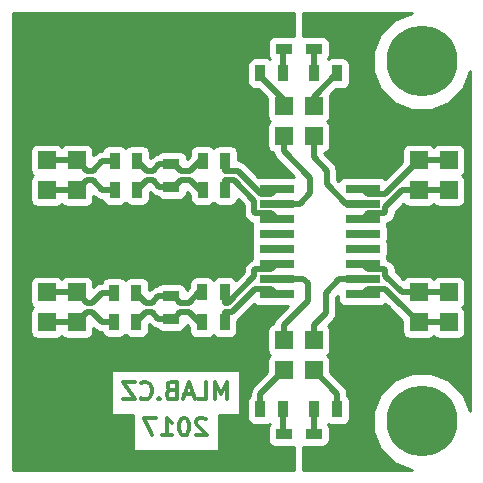
<source format=gbr>
G04 #@! TF.FileFunction,Copper,L2,Bot,Signal*
%FSLAX46Y46*%
G04 Gerber Fmt 4.6, Leading zero omitted, Abs format (unit mm)*
G04 Created by KiCad (PCBNEW (2016-09-17 revision 679eef1)-makepkg) date 01/31/17 06:58:57*
%MOMM*%
%LPD*%
G01*
G04 APERTURE LIST*
%ADD10C,0.150000*%
%ADD11C,0.300000*%
%ADD12R,2.920000X0.760000*%
%ADD13R,0.889000X1.397000*%
%ADD14R,1.397000X0.889000*%
%ADD15R,1.524000X1.524000*%
%ADD16C,6.000000*%
%ADD17C,0.500000*%
%ADD18C,0.254000*%
G04 APERTURE END LIST*
D10*
D11*
X17303428Y5250571D02*
X17232000Y5322000D01*
X17089142Y5393428D01*
X16732000Y5393428D01*
X16589142Y5322000D01*
X16517714Y5250571D01*
X16446285Y5107714D01*
X16446285Y4964857D01*
X16517714Y4750571D01*
X17374857Y3893428D01*
X16446285Y3893428D01*
X15517714Y5393428D02*
X15374857Y5393428D01*
X15232000Y5322000D01*
X15160571Y5250571D01*
X15089142Y5107714D01*
X15017714Y4822000D01*
X15017714Y4464857D01*
X15089142Y4179142D01*
X15160571Y4036285D01*
X15232000Y3964857D01*
X15374857Y3893428D01*
X15517714Y3893428D01*
X15660571Y3964857D01*
X15732000Y4036285D01*
X15803428Y4179142D01*
X15874857Y4464857D01*
X15874857Y4822000D01*
X15803428Y5107714D01*
X15732000Y5250571D01*
X15660571Y5322000D01*
X15517714Y5393428D01*
X13589142Y3893428D02*
X14446285Y3893428D01*
X14017714Y3893428D02*
X14017714Y5393428D01*
X14160571Y5179142D01*
X14303428Y5036285D01*
X14446285Y4964857D01*
X13089142Y5393428D02*
X12089142Y5393428D01*
X12732000Y3893428D01*
X19053428Y6941428D02*
X19053428Y8441428D01*
X18553428Y7370000D01*
X18053428Y8441428D01*
X18053428Y6941428D01*
X16624857Y6941428D02*
X17339142Y6941428D01*
X17339142Y8441428D01*
X16196285Y7370000D02*
X15481999Y7370000D01*
X16339142Y6941428D02*
X15839142Y8441428D01*
X15339142Y6941428D01*
X14339142Y7727142D02*
X14124857Y7655714D01*
X14053428Y7584285D01*
X13981999Y7441428D01*
X13981999Y7227142D01*
X14053428Y7084285D01*
X14124857Y7012857D01*
X14267714Y6941428D01*
X14839142Y6941428D01*
X14839142Y8441428D01*
X14339142Y8441428D01*
X14196285Y8370000D01*
X14124857Y8298571D01*
X14053428Y8155714D01*
X14053428Y8012857D01*
X14124857Y7870000D01*
X14196285Y7798571D01*
X14339142Y7727142D01*
X14839142Y7727142D01*
X13339142Y7084285D02*
X13267714Y7012857D01*
X13339142Y6941428D01*
X13410571Y7012857D01*
X13339142Y7084285D01*
X13339142Y6941428D01*
X11767714Y7084285D02*
X11839142Y7012857D01*
X12053428Y6941428D01*
X12196285Y6941428D01*
X12410571Y7012857D01*
X12553428Y7155714D01*
X12624857Y7298571D01*
X12696285Y7584285D01*
X12696285Y7798571D01*
X12624857Y8084285D01*
X12553428Y8227142D01*
X12410571Y8370000D01*
X12196285Y8441428D01*
X12053428Y8441428D01*
X11839142Y8370000D01*
X11767714Y8298571D01*
X11267714Y8441428D02*
X10267714Y8441428D01*
X11267714Y6941428D01*
X10267714Y6941428D01*
D12*
X23284000Y15860000D03*
X23284000Y17130000D03*
X23284000Y18400000D03*
X23284000Y19685000D03*
X23284000Y20955000D03*
X23284000Y22240000D03*
X23284000Y23510000D03*
X23284000Y24780000D03*
X30564000Y24780000D03*
X30564000Y23510000D03*
X30564000Y22240000D03*
X30564000Y20955000D03*
X30564000Y19685000D03*
X30564000Y18400000D03*
X30564000Y17130000D03*
X30564000Y15860000D03*
D13*
X11468100Y27127200D03*
X9563100Y27127200D03*
D14*
X14376400Y24955500D03*
X14376400Y26860500D03*
D13*
X18923000Y27127200D03*
X17018000Y27127200D03*
D15*
X3810000Y29718000D03*
X6350000Y29718000D03*
X3810000Y27178000D03*
X6350000Y27178000D03*
X3810000Y24638000D03*
X6350000Y24638000D03*
X3810000Y22098000D03*
X6350000Y22098000D03*
X35306000Y18542000D03*
X37846000Y18542000D03*
X35306000Y16002000D03*
X37846000Y16002000D03*
X35306000Y13462000D03*
X37846000Y13462000D03*
X35306000Y10922000D03*
X37846000Y10922000D03*
X35306000Y29718000D03*
X37846000Y29718000D03*
X35306000Y27178000D03*
X37846000Y27178000D03*
X35306000Y24638000D03*
X37846000Y24638000D03*
X35306000Y22098000D03*
X37846000Y22098000D03*
D16*
X35560000Y35560000D03*
D13*
X21907500Y6096000D03*
X23812500Y6096000D03*
D15*
X23876000Y11938000D03*
X23876000Y9398000D03*
D13*
X28384500Y6096000D03*
X26479500Y6096000D03*
D14*
X26416000Y4000500D03*
X26416000Y2095500D03*
X26416000Y36639500D03*
X26416000Y38544500D03*
D13*
X18872200Y13462000D03*
X16967200Y13462000D03*
X28384500Y34544000D03*
X26479500Y34544000D03*
X11417300Y15951200D03*
X9512300Y15951200D03*
D14*
X14325600Y13779500D03*
X14325600Y15684500D03*
D13*
X11417300Y13512800D03*
X9512300Y13512800D03*
X18872200Y16002000D03*
X16967200Y16002000D03*
D16*
X5080000Y35560000D03*
X5080000Y5080000D03*
D14*
X23876000Y36639500D03*
X23876000Y38544500D03*
D13*
X21907500Y34544000D03*
X23812500Y34544000D03*
D15*
X26416000Y11938000D03*
X26416000Y9398000D03*
D16*
X35560000Y5080000D03*
D14*
X23876000Y4000500D03*
X23876000Y2095500D03*
D15*
X3810000Y18542000D03*
X6350000Y18542000D03*
X3810000Y16002000D03*
X6350000Y16002000D03*
X3810000Y13462000D03*
X6350000Y13462000D03*
X3810000Y10922000D03*
X6350000Y10922000D03*
D13*
X11468100Y24688800D03*
X9563100Y24688800D03*
D15*
X26416000Y29210000D03*
X26416000Y31750000D03*
X23876000Y29210000D03*
X23876000Y31750000D03*
D13*
X18923000Y24688800D03*
X17018000Y24688800D03*
D17*
X23812500Y6096000D02*
X23812500Y4064000D01*
X23812500Y4064000D02*
X23876000Y4000500D01*
X23812500Y34544000D02*
X23812500Y36576000D01*
X23812500Y36576000D02*
X23876000Y36639500D01*
X26416000Y4000500D02*
X26416000Y6032500D01*
X26416000Y6032500D02*
X26479500Y6096000D01*
X26479500Y34544000D02*
X26479500Y36576000D01*
X26479500Y36576000D02*
X26416000Y36639500D01*
X23876000Y11938000D02*
X23876000Y13200000D01*
X25908000Y16764000D02*
X25542000Y17130000D01*
X23876000Y13200000D02*
X25908000Y15232000D01*
X25908000Y15232000D02*
X25908000Y16764000D01*
X25542000Y17130000D02*
X23284000Y17130000D01*
X21907500Y6096000D02*
X21907500Y7429500D01*
X21907500Y7429500D02*
X23876000Y9398000D01*
X26111200Y24377200D02*
X26111200Y25712800D01*
X26111200Y25712800D02*
X23876000Y27948000D01*
X23876000Y27948000D02*
X23876000Y29210000D01*
X23284000Y23510000D02*
X25244000Y23510000D01*
X25244000Y23510000D02*
X26111200Y24377200D01*
X23876000Y31750000D02*
X23876000Y32321500D01*
X23876000Y32321500D02*
X21907500Y34290000D01*
X21907500Y34290000D02*
X21907500Y34544000D01*
X26416000Y11938000D02*
X26416000Y13208000D01*
X26416000Y13208000D02*
X27432000Y14224000D01*
X27432000Y14224000D02*
X27432000Y15958000D01*
X27432000Y15958000D02*
X28604000Y17130000D01*
X28604000Y17130000D02*
X30564000Y17130000D01*
X28384500Y6096000D02*
X28384500Y7429500D01*
X28384500Y7429500D02*
X26416000Y9398000D01*
X30564000Y23510000D02*
X29183998Y23510000D01*
X29183998Y23510000D02*
X27533600Y25160398D01*
X27533600Y25160398D02*
X27533600Y26314400D01*
X27533600Y26314400D02*
X26416000Y27432000D01*
X26416000Y27432000D02*
X26416000Y29210000D01*
X26416000Y31750000D02*
X26416000Y32575500D01*
X26416000Y32575500D02*
X28384500Y34544000D01*
X3810000Y16002000D02*
X6350000Y16002000D01*
X6350000Y16002000D02*
X7220001Y15131999D01*
X8464550Y15951200D02*
X9512300Y15951200D01*
X7220001Y15131999D02*
X7645350Y15132000D01*
X7645350Y15132000D02*
X8464550Y15951200D01*
X3810000Y13462000D02*
X6350000Y13462000D01*
X8464550Y13512800D02*
X9512300Y13512800D01*
X6350000Y13462000D02*
X7220001Y14332001D01*
X7220001Y14332001D02*
X7645350Y14332000D01*
X7645350Y14332000D02*
X8464550Y13512800D01*
X3810000Y27178000D02*
X6350000Y27178000D01*
X6350000Y27178000D02*
X7220001Y26307999D01*
X7220001Y26307999D02*
X7696150Y26308000D01*
X7696150Y26308000D02*
X8515350Y27127200D01*
X8515350Y27127200D02*
X9563100Y27127200D01*
X3810000Y24638000D02*
X6350000Y24638000D01*
X6350000Y24638000D02*
X7220001Y25508001D01*
X7220001Y25508001D02*
X7696150Y25508000D01*
X7696150Y25508000D02*
X8515350Y24688800D01*
X8515350Y24688800D02*
X9563100Y24688800D01*
X35306000Y16002000D02*
X37846000Y16002000D01*
X30564000Y18400000D02*
X31003999Y17960001D01*
X32384001Y17960001D02*
X32474001Y17870001D01*
X33897370Y16002000D02*
X35306000Y16002000D01*
X32474001Y17870001D02*
X32474001Y17425369D01*
X31003999Y17960001D02*
X32384001Y17960001D01*
X32474001Y17425369D02*
X33897370Y16002000D01*
X35306000Y13462000D02*
X37846000Y13462000D01*
X30564000Y15860000D02*
X31003999Y16299999D01*
X31003999Y16299999D02*
X32468001Y16299999D01*
X32468001Y16299999D02*
X33331685Y15436315D01*
X33331685Y15436315D02*
X35306000Y13462000D01*
X37846000Y27178000D02*
X35306000Y27178000D01*
X30564000Y24780000D02*
X31003999Y24340001D01*
X32468001Y24340001D02*
X33331685Y25203685D01*
X31003999Y24340001D02*
X32468001Y24340001D01*
X33331685Y25203685D02*
X35306000Y27178000D01*
X35306000Y24638000D02*
X37846000Y24638000D01*
X30564000Y22240000D02*
X31003999Y22679999D01*
X32474001Y22769999D02*
X32474001Y23214631D01*
X31003999Y22679999D02*
X32384001Y22679999D01*
X32474001Y23214631D02*
X33897370Y24638000D01*
X32384001Y22679999D02*
X32474001Y22769999D01*
X33897370Y24638000D02*
X35306000Y24638000D01*
X14376400Y24955500D02*
X14630400Y24955500D01*
X14630400Y24955500D02*
X15182900Y25508000D01*
X15182900Y25508000D02*
X15944800Y25508000D01*
X15944800Y25508000D02*
X16764000Y24688800D01*
X16764000Y24688800D02*
X17018000Y24688800D01*
X11468100Y24688800D02*
X12287301Y25508001D01*
X12287301Y25508001D02*
X12776150Y25508000D01*
X12776150Y25508000D02*
X13328650Y24955500D01*
X13328650Y24955500D02*
X14376400Y24955500D01*
X14376400Y25069800D02*
X14122400Y25069800D01*
X16764000Y27127200D02*
X17018000Y27127200D01*
X15182900Y26308000D02*
X15944800Y26308000D01*
X14376400Y26860500D02*
X14630400Y26860500D01*
X14630400Y26860500D02*
X15182900Y26308000D01*
X15944800Y26308000D02*
X16764000Y27127200D01*
X13328650Y26860500D02*
X14376400Y26860500D01*
X11468100Y27127200D02*
X12287301Y26307999D01*
X12287301Y26307999D02*
X12776150Y26308000D01*
X12776150Y26308000D02*
X13328650Y26860500D01*
X14376400Y26974800D02*
X14122400Y26974800D01*
X12236501Y14332001D02*
X12725350Y14332000D01*
X11417300Y13512800D02*
X12236501Y14332001D01*
X12725350Y14332000D02*
X13277850Y13779500D01*
X13277850Y13779500D02*
X14325600Y13779500D01*
X15132100Y14332000D02*
X15843200Y14332000D01*
X16713200Y13462000D02*
X16967200Y13462000D01*
X15843200Y14332000D02*
X16713200Y13462000D01*
X14579600Y13779500D02*
X15132100Y14332000D01*
X14325600Y13779500D02*
X14579600Y13779500D01*
X14071600Y13779500D02*
X14325600Y13779500D01*
X12236502Y15132000D02*
X12725350Y15132000D01*
X11417300Y15951200D02*
X12236502Y15132000D01*
X12725350Y15132000D02*
X13277850Y15684500D01*
X13277850Y15684500D02*
X14325600Y15684500D01*
X15132100Y15132000D02*
X15843200Y15132000D01*
X15843200Y15132000D02*
X16713200Y16002000D01*
X16713200Y16002000D02*
X16967200Y16002000D01*
X14579600Y15684500D02*
X15132100Y15132000D01*
X14325600Y15684500D02*
X14579600Y15684500D01*
X14071600Y15684500D02*
X14325600Y15684500D01*
X21373999Y23780317D02*
X19646316Y25508000D01*
X19646316Y25508000D02*
X18923000Y25508000D01*
X18923000Y25508000D02*
X18923000Y24688800D01*
X23284000Y22240000D02*
X22844001Y22679999D01*
X22844001Y22679999D02*
X21463999Y22679999D01*
X21463999Y22679999D02*
X21373999Y22769999D01*
X21373999Y22769999D02*
X21373999Y23780317D01*
X19977684Y26308000D02*
X18923000Y26308000D01*
X21945683Y24340001D02*
X19977684Y26308000D01*
X18923000Y26308000D02*
X18923000Y27127200D01*
X23284000Y24780000D02*
X22844001Y24340001D01*
X22844001Y24340001D02*
X21945683Y24340001D01*
X21450841Y16313157D02*
X19469684Y14332000D01*
X19469684Y14332000D02*
X18872200Y14332000D01*
X18872200Y14332000D02*
X18872200Y13462000D01*
X23284000Y15860000D02*
X22844001Y16299999D01*
X22844001Y16299999D02*
X21463999Y16299999D01*
X21463999Y16299999D02*
X21450841Y16313157D01*
X21373999Y17367683D02*
X19138316Y15132000D01*
X19138316Y15132000D02*
X18872200Y15132000D01*
X18872200Y15132000D02*
X18872200Y16002000D01*
X21373999Y17870001D02*
X21373999Y17367683D01*
X21463999Y17960001D02*
X21373999Y17870001D01*
X23284000Y18400000D02*
X22844001Y17960001D01*
X22844001Y17960001D02*
X21463999Y17960001D01*
D18*
G36*
X24765000Y37693548D02*
X24574500Y37731440D01*
X23177500Y37731440D01*
X22929735Y37682157D01*
X22719691Y37541809D01*
X22579343Y37331765D01*
X22530060Y37084000D01*
X22530060Y36195000D01*
X22579343Y35947235D01*
X22691525Y35779345D01*
X22599765Y35840657D01*
X22352000Y35889940D01*
X21463000Y35889940D01*
X21215235Y35840657D01*
X21005191Y35700309D01*
X20864843Y35490265D01*
X20815560Y35242500D01*
X20815560Y33845500D01*
X20864843Y33597735D01*
X21005191Y33387691D01*
X21215235Y33247343D01*
X21463000Y33198060D01*
X21747860Y33198060D01*
X22466560Y32479361D01*
X22466560Y30988000D01*
X22515843Y30740235D01*
X22656191Y30530191D01*
X22731307Y30480000D01*
X22656191Y30429809D01*
X22515843Y30219765D01*
X22466560Y29972000D01*
X22466560Y28448000D01*
X22515843Y28200235D01*
X22656191Y27990191D01*
X22866235Y27849843D01*
X23016468Y27819960D01*
X23031280Y27745500D01*
X23058367Y27609325D01*
X23176851Y27432000D01*
X23250210Y27322210D01*
X24765000Y25807421D01*
X24765000Y25803263D01*
X24744000Y25807440D01*
X21824000Y25807440D01*
X21745448Y25791815D01*
X20603474Y26933790D01*
X20410096Y27063000D01*
X20316359Y27125633D01*
X20260168Y27136810D01*
X20014940Y27185590D01*
X20014940Y27825700D01*
X19965657Y28073465D01*
X19825309Y28283509D01*
X19615265Y28423857D01*
X19367500Y28473140D01*
X18478500Y28473140D01*
X18230735Y28423857D01*
X18020691Y28283509D01*
X17970500Y28208393D01*
X17920309Y28283509D01*
X17710265Y28423857D01*
X17462500Y28473140D01*
X16573500Y28473140D01*
X16325735Y28423857D01*
X16115691Y28283509D01*
X15975343Y28073465D01*
X15926060Y27825700D01*
X15926060Y27540839D01*
X15717011Y27331791D01*
X15673057Y27552765D01*
X15532709Y27762809D01*
X15322665Y27903157D01*
X15074900Y27952440D01*
X13677900Y27952440D01*
X13430135Y27903157D01*
X13220091Y27762809D01*
X13190113Y27717944D01*
X13046166Y27689310D01*
X12989975Y27678133D01*
X12702860Y27486290D01*
X12702858Y27486287D01*
X12560040Y27343469D01*
X12560040Y27825700D01*
X12510757Y28073465D01*
X12370409Y28283509D01*
X12160365Y28423857D01*
X11912600Y28473140D01*
X11023600Y28473140D01*
X10775835Y28423857D01*
X10565791Y28283509D01*
X10515600Y28208393D01*
X10465409Y28283509D01*
X10255365Y28423857D01*
X10007600Y28473140D01*
X9118600Y28473140D01*
X8870835Y28423857D01*
X8660791Y28283509D01*
X8520443Y28073465D01*
X8507965Y28010732D01*
X8232866Y27956010D01*
X8176675Y27944833D01*
X7889560Y27752990D01*
X7889558Y27752987D01*
X7759440Y27622869D01*
X7759440Y27940000D01*
X7710157Y28187765D01*
X7569809Y28397809D01*
X7359765Y28538157D01*
X7112000Y28587440D01*
X5588000Y28587440D01*
X5340235Y28538157D01*
X5130191Y28397809D01*
X5080000Y28322693D01*
X5029809Y28397809D01*
X4819765Y28538157D01*
X4572000Y28587440D01*
X3048000Y28587440D01*
X2800235Y28538157D01*
X2590191Y28397809D01*
X2449843Y28187765D01*
X2400560Y27940000D01*
X2400560Y26416000D01*
X2449843Y26168235D01*
X2590191Y25958191D01*
X2665307Y25908000D01*
X2590191Y25857809D01*
X2449843Y25647765D01*
X2400560Y25400000D01*
X2400560Y23876000D01*
X2449843Y23628235D01*
X2590191Y23418191D01*
X2800235Y23277843D01*
X3048000Y23228560D01*
X4572000Y23228560D01*
X4819765Y23277843D01*
X5029809Y23418191D01*
X5080000Y23493307D01*
X5130191Y23418191D01*
X5340235Y23277843D01*
X5588000Y23228560D01*
X7112000Y23228560D01*
X7359765Y23277843D01*
X7569809Y23418191D01*
X7710157Y23628235D01*
X7759440Y23876000D01*
X7759440Y24193131D01*
X7889558Y24063013D01*
X7889560Y24063010D01*
X8176675Y23871167D01*
X8214918Y23863560D01*
X8507965Y23805268D01*
X8520443Y23742535D01*
X8660791Y23532491D01*
X8870835Y23392143D01*
X9118600Y23342860D01*
X10007600Y23342860D01*
X10255365Y23392143D01*
X10465409Y23532491D01*
X10515600Y23607607D01*
X10565791Y23532491D01*
X10775835Y23392143D01*
X11023600Y23342860D01*
X11912600Y23342860D01*
X12160365Y23392143D01*
X12370409Y23532491D01*
X12510757Y23742535D01*
X12560040Y23990300D01*
X12560040Y24472531D01*
X12702858Y24329713D01*
X12702860Y24329710D01*
X12989975Y24137867D01*
X13046166Y24126690D01*
X13190113Y24098056D01*
X13220091Y24053191D01*
X13430135Y23912843D01*
X13677900Y23863560D01*
X15074900Y23863560D01*
X15322665Y23912843D01*
X15532709Y24053191D01*
X15673057Y24263235D01*
X15717011Y24484209D01*
X15926060Y24275161D01*
X15926060Y23990300D01*
X15975343Y23742535D01*
X16115691Y23532491D01*
X16325735Y23392143D01*
X16573500Y23342860D01*
X17462500Y23342860D01*
X17710265Y23392143D01*
X17920309Y23532491D01*
X17970500Y23607607D01*
X18020691Y23532491D01*
X18230735Y23392143D01*
X18478500Y23342860D01*
X19367500Y23342860D01*
X19615265Y23392143D01*
X19825309Y23532491D01*
X19965657Y23742535D01*
X19997934Y23904803D01*
X20488999Y23413738D01*
X20488999Y22770004D01*
X20488998Y22769999D01*
X20527056Y22578674D01*
X20556366Y22431324D01*
X20684204Y22240000D01*
X20748209Y22144209D01*
X20838207Y22054212D01*
X20838209Y22054209D01*
X21091451Y21884999D01*
X21125324Y21862366D01*
X21178181Y21851852D01*
X21225843Y21612235D01*
X21235689Y21597500D01*
X21225843Y21582765D01*
X21176560Y21335000D01*
X21176560Y20575000D01*
X21225843Y20327235D01*
X21230677Y20320000D01*
X21225843Y20312765D01*
X21176560Y20065000D01*
X21176560Y19305000D01*
X21225843Y19057235D01*
X21235689Y19042500D01*
X21225843Y19027765D01*
X21178181Y18788148D01*
X21125324Y18777634D01*
X20838209Y18585791D01*
X20838207Y18585788D01*
X20748209Y18495791D01*
X20556366Y18208676D01*
X20556366Y18208675D01*
X20488998Y17870001D01*
X20488999Y17869996D01*
X20488999Y17734262D01*
X19829999Y17075263D01*
X19774509Y17158309D01*
X19564465Y17298657D01*
X19316700Y17347940D01*
X18427700Y17347940D01*
X18179935Y17298657D01*
X17969891Y17158309D01*
X17919700Y17083193D01*
X17869509Y17158309D01*
X17659465Y17298657D01*
X17411700Y17347940D01*
X16522700Y17347940D01*
X16274935Y17298657D01*
X16064891Y17158309D01*
X15924543Y16948265D01*
X15875260Y16700500D01*
X15875260Y16415639D01*
X15657783Y16198162D01*
X15622257Y16376765D01*
X15481909Y16586809D01*
X15271865Y16727157D01*
X15024100Y16776440D01*
X13627100Y16776440D01*
X13379335Y16727157D01*
X13169291Y16586809D01*
X13139313Y16541944D01*
X12995366Y16513310D01*
X12939175Y16502133D01*
X12652060Y16310290D01*
X12652058Y16310287D01*
X12509240Y16167469D01*
X12509240Y16649700D01*
X12459957Y16897465D01*
X12319609Y17107509D01*
X12109565Y17247857D01*
X11861800Y17297140D01*
X10972800Y17297140D01*
X10725035Y17247857D01*
X10514991Y17107509D01*
X10464800Y17032393D01*
X10414609Y17107509D01*
X10204565Y17247857D01*
X9956800Y17297140D01*
X9067800Y17297140D01*
X8820035Y17247857D01*
X8609991Y17107509D01*
X8469643Y16897465D01*
X8457165Y16834732D01*
X8182066Y16780010D01*
X8125875Y16768833D01*
X7838760Y16576990D01*
X7838758Y16576987D01*
X7759440Y16497669D01*
X7759440Y16764000D01*
X7710157Y17011765D01*
X7569809Y17221809D01*
X7359765Y17362157D01*
X7112000Y17411440D01*
X5588000Y17411440D01*
X5340235Y17362157D01*
X5130191Y17221809D01*
X5080000Y17146693D01*
X5029809Y17221809D01*
X4819765Y17362157D01*
X4572000Y17411440D01*
X3048000Y17411440D01*
X2800235Y17362157D01*
X2590191Y17221809D01*
X2449843Y17011765D01*
X2400560Y16764000D01*
X2400560Y15240000D01*
X2449843Y14992235D01*
X2590191Y14782191D01*
X2665307Y14732000D01*
X2590191Y14681809D01*
X2449843Y14471765D01*
X2400560Y14224000D01*
X2400560Y12700000D01*
X2449843Y12452235D01*
X2590191Y12242191D01*
X2800235Y12101843D01*
X3048000Y12052560D01*
X4572000Y12052560D01*
X4819765Y12101843D01*
X5029809Y12242191D01*
X5080000Y12317307D01*
X5130191Y12242191D01*
X5340235Y12101843D01*
X5588000Y12052560D01*
X7112000Y12052560D01*
X7359765Y12101843D01*
X7569809Y12242191D01*
X7710157Y12452235D01*
X7759440Y12700000D01*
X7759440Y12966331D01*
X7838758Y12887013D01*
X7838760Y12887010D01*
X8125875Y12695167D01*
X8164118Y12687560D01*
X8457165Y12629268D01*
X8469643Y12566535D01*
X8609991Y12356491D01*
X8820035Y12216143D01*
X9067800Y12166860D01*
X9956800Y12166860D01*
X10204565Y12216143D01*
X10414609Y12356491D01*
X10464800Y12431607D01*
X10514991Y12356491D01*
X10725035Y12216143D01*
X10972800Y12166860D01*
X11861800Y12166860D01*
X12109565Y12216143D01*
X12319609Y12356491D01*
X12459957Y12566535D01*
X12509240Y12814300D01*
X12509240Y13296531D01*
X12652058Y13153713D01*
X12652060Y13153710D01*
X12939175Y12961867D01*
X12995366Y12950690D01*
X13139313Y12922056D01*
X13169291Y12877191D01*
X13379335Y12736843D01*
X13627100Y12687560D01*
X15024100Y12687560D01*
X15271865Y12736843D01*
X15481909Y12877191D01*
X15622257Y13087235D01*
X15657783Y13265838D01*
X15875260Y13048361D01*
X15875260Y12763500D01*
X15924543Y12515735D01*
X16064891Y12305691D01*
X16274935Y12165343D01*
X16522700Y12116060D01*
X17411700Y12116060D01*
X17659465Y12165343D01*
X17869509Y12305691D01*
X17919700Y12380807D01*
X17969891Y12305691D01*
X18179935Y12165343D01*
X18427700Y12116060D01*
X19316700Y12116060D01*
X19564465Y12165343D01*
X19774509Y12305691D01*
X19914857Y12515735D01*
X19964140Y12763500D01*
X19964140Y13618456D01*
X20095474Y13706210D01*
X20095475Y13706211D01*
X21393324Y15004061D01*
X21576235Y14881843D01*
X21824000Y14832560D01*
X24256980Y14832560D01*
X23250210Y13825790D01*
X23058367Y13538675D01*
X23058367Y13538674D01*
X23016468Y13328040D01*
X22866235Y13298157D01*
X22656191Y13157809D01*
X22515843Y12947765D01*
X22466560Y12700000D01*
X22466560Y11176000D01*
X22515843Y10928235D01*
X22656191Y10718191D01*
X22731307Y10668000D01*
X22656191Y10617809D01*
X22515843Y10407765D01*
X22466560Y10160000D01*
X22466560Y9240139D01*
X21281710Y8055290D01*
X21089867Y7768175D01*
X21089867Y7768174D01*
X21022499Y7429500D01*
X21022500Y7429495D01*
X21022500Y7263875D01*
X21005191Y7252309D01*
X20864843Y7042265D01*
X20815560Y6794500D01*
X20815560Y5397500D01*
X20864843Y5149735D01*
X21005191Y4939691D01*
X21215235Y4799343D01*
X21463000Y4750060D01*
X22352000Y4750060D01*
X22599765Y4799343D01*
X22691525Y4860655D01*
X22579343Y4692765D01*
X22530060Y4445000D01*
X22530060Y3556000D01*
X22579343Y3308235D01*
X22719691Y3098191D01*
X22929735Y2957843D01*
X23177500Y2908560D01*
X24574500Y2908560D01*
X24765000Y2946452D01*
X24765000Y964000D01*
X964000Y964000D01*
X964000Y9410000D01*
X9268429Y9410000D01*
X9268429Y5590000D01*
X11089857Y5590000D01*
X11089857Y2542000D01*
X18374143Y2542000D01*
X18374143Y5590000D01*
X20195572Y5590000D01*
X20195572Y9410000D01*
X9268429Y9410000D01*
X964000Y9410000D01*
X964000Y39676000D01*
X24765000Y39676000D01*
X24765000Y37693548D01*
X24765000Y37693548D01*
G37*
X24765000Y37693548D02*
X24574500Y37731440D01*
X23177500Y37731440D01*
X22929735Y37682157D01*
X22719691Y37541809D01*
X22579343Y37331765D01*
X22530060Y37084000D01*
X22530060Y36195000D01*
X22579343Y35947235D01*
X22691525Y35779345D01*
X22599765Y35840657D01*
X22352000Y35889940D01*
X21463000Y35889940D01*
X21215235Y35840657D01*
X21005191Y35700309D01*
X20864843Y35490265D01*
X20815560Y35242500D01*
X20815560Y33845500D01*
X20864843Y33597735D01*
X21005191Y33387691D01*
X21215235Y33247343D01*
X21463000Y33198060D01*
X21747860Y33198060D01*
X22466560Y32479361D01*
X22466560Y30988000D01*
X22515843Y30740235D01*
X22656191Y30530191D01*
X22731307Y30480000D01*
X22656191Y30429809D01*
X22515843Y30219765D01*
X22466560Y29972000D01*
X22466560Y28448000D01*
X22515843Y28200235D01*
X22656191Y27990191D01*
X22866235Y27849843D01*
X23016468Y27819960D01*
X23031280Y27745500D01*
X23058367Y27609325D01*
X23176851Y27432000D01*
X23250210Y27322210D01*
X24765000Y25807421D01*
X24765000Y25803263D01*
X24744000Y25807440D01*
X21824000Y25807440D01*
X21745448Y25791815D01*
X20603474Y26933790D01*
X20410096Y27063000D01*
X20316359Y27125633D01*
X20260168Y27136810D01*
X20014940Y27185590D01*
X20014940Y27825700D01*
X19965657Y28073465D01*
X19825309Y28283509D01*
X19615265Y28423857D01*
X19367500Y28473140D01*
X18478500Y28473140D01*
X18230735Y28423857D01*
X18020691Y28283509D01*
X17970500Y28208393D01*
X17920309Y28283509D01*
X17710265Y28423857D01*
X17462500Y28473140D01*
X16573500Y28473140D01*
X16325735Y28423857D01*
X16115691Y28283509D01*
X15975343Y28073465D01*
X15926060Y27825700D01*
X15926060Y27540839D01*
X15717011Y27331791D01*
X15673057Y27552765D01*
X15532709Y27762809D01*
X15322665Y27903157D01*
X15074900Y27952440D01*
X13677900Y27952440D01*
X13430135Y27903157D01*
X13220091Y27762809D01*
X13190113Y27717944D01*
X13046166Y27689310D01*
X12989975Y27678133D01*
X12702860Y27486290D01*
X12702858Y27486287D01*
X12560040Y27343469D01*
X12560040Y27825700D01*
X12510757Y28073465D01*
X12370409Y28283509D01*
X12160365Y28423857D01*
X11912600Y28473140D01*
X11023600Y28473140D01*
X10775835Y28423857D01*
X10565791Y28283509D01*
X10515600Y28208393D01*
X10465409Y28283509D01*
X10255365Y28423857D01*
X10007600Y28473140D01*
X9118600Y28473140D01*
X8870835Y28423857D01*
X8660791Y28283509D01*
X8520443Y28073465D01*
X8507965Y28010732D01*
X8232866Y27956010D01*
X8176675Y27944833D01*
X7889560Y27752990D01*
X7889558Y27752987D01*
X7759440Y27622869D01*
X7759440Y27940000D01*
X7710157Y28187765D01*
X7569809Y28397809D01*
X7359765Y28538157D01*
X7112000Y28587440D01*
X5588000Y28587440D01*
X5340235Y28538157D01*
X5130191Y28397809D01*
X5080000Y28322693D01*
X5029809Y28397809D01*
X4819765Y28538157D01*
X4572000Y28587440D01*
X3048000Y28587440D01*
X2800235Y28538157D01*
X2590191Y28397809D01*
X2449843Y28187765D01*
X2400560Y27940000D01*
X2400560Y26416000D01*
X2449843Y26168235D01*
X2590191Y25958191D01*
X2665307Y25908000D01*
X2590191Y25857809D01*
X2449843Y25647765D01*
X2400560Y25400000D01*
X2400560Y23876000D01*
X2449843Y23628235D01*
X2590191Y23418191D01*
X2800235Y23277843D01*
X3048000Y23228560D01*
X4572000Y23228560D01*
X4819765Y23277843D01*
X5029809Y23418191D01*
X5080000Y23493307D01*
X5130191Y23418191D01*
X5340235Y23277843D01*
X5588000Y23228560D01*
X7112000Y23228560D01*
X7359765Y23277843D01*
X7569809Y23418191D01*
X7710157Y23628235D01*
X7759440Y23876000D01*
X7759440Y24193131D01*
X7889558Y24063013D01*
X7889560Y24063010D01*
X8176675Y23871167D01*
X8214918Y23863560D01*
X8507965Y23805268D01*
X8520443Y23742535D01*
X8660791Y23532491D01*
X8870835Y23392143D01*
X9118600Y23342860D01*
X10007600Y23342860D01*
X10255365Y23392143D01*
X10465409Y23532491D01*
X10515600Y23607607D01*
X10565791Y23532491D01*
X10775835Y23392143D01*
X11023600Y23342860D01*
X11912600Y23342860D01*
X12160365Y23392143D01*
X12370409Y23532491D01*
X12510757Y23742535D01*
X12560040Y23990300D01*
X12560040Y24472531D01*
X12702858Y24329713D01*
X12702860Y24329710D01*
X12989975Y24137867D01*
X13046166Y24126690D01*
X13190113Y24098056D01*
X13220091Y24053191D01*
X13430135Y23912843D01*
X13677900Y23863560D01*
X15074900Y23863560D01*
X15322665Y23912843D01*
X15532709Y24053191D01*
X15673057Y24263235D01*
X15717011Y24484209D01*
X15926060Y24275161D01*
X15926060Y23990300D01*
X15975343Y23742535D01*
X16115691Y23532491D01*
X16325735Y23392143D01*
X16573500Y23342860D01*
X17462500Y23342860D01*
X17710265Y23392143D01*
X17920309Y23532491D01*
X17970500Y23607607D01*
X18020691Y23532491D01*
X18230735Y23392143D01*
X18478500Y23342860D01*
X19367500Y23342860D01*
X19615265Y23392143D01*
X19825309Y23532491D01*
X19965657Y23742535D01*
X19997934Y23904803D01*
X20488999Y23413738D01*
X20488999Y22770004D01*
X20488998Y22769999D01*
X20527056Y22578674D01*
X20556366Y22431324D01*
X20684204Y22240000D01*
X20748209Y22144209D01*
X20838207Y22054212D01*
X20838209Y22054209D01*
X21091451Y21884999D01*
X21125324Y21862366D01*
X21178181Y21851852D01*
X21225843Y21612235D01*
X21235689Y21597500D01*
X21225843Y21582765D01*
X21176560Y21335000D01*
X21176560Y20575000D01*
X21225843Y20327235D01*
X21230677Y20320000D01*
X21225843Y20312765D01*
X21176560Y20065000D01*
X21176560Y19305000D01*
X21225843Y19057235D01*
X21235689Y19042500D01*
X21225843Y19027765D01*
X21178181Y18788148D01*
X21125324Y18777634D01*
X20838209Y18585791D01*
X20838207Y18585788D01*
X20748209Y18495791D01*
X20556366Y18208676D01*
X20556366Y18208675D01*
X20488998Y17870001D01*
X20488999Y17869996D01*
X20488999Y17734262D01*
X19829999Y17075263D01*
X19774509Y17158309D01*
X19564465Y17298657D01*
X19316700Y17347940D01*
X18427700Y17347940D01*
X18179935Y17298657D01*
X17969891Y17158309D01*
X17919700Y17083193D01*
X17869509Y17158309D01*
X17659465Y17298657D01*
X17411700Y17347940D01*
X16522700Y17347940D01*
X16274935Y17298657D01*
X16064891Y17158309D01*
X15924543Y16948265D01*
X15875260Y16700500D01*
X15875260Y16415639D01*
X15657783Y16198162D01*
X15622257Y16376765D01*
X15481909Y16586809D01*
X15271865Y16727157D01*
X15024100Y16776440D01*
X13627100Y16776440D01*
X13379335Y16727157D01*
X13169291Y16586809D01*
X13139313Y16541944D01*
X12995366Y16513310D01*
X12939175Y16502133D01*
X12652060Y16310290D01*
X12652058Y16310287D01*
X12509240Y16167469D01*
X12509240Y16649700D01*
X12459957Y16897465D01*
X12319609Y17107509D01*
X12109565Y17247857D01*
X11861800Y17297140D01*
X10972800Y17297140D01*
X10725035Y17247857D01*
X10514991Y17107509D01*
X10464800Y17032393D01*
X10414609Y17107509D01*
X10204565Y17247857D01*
X9956800Y17297140D01*
X9067800Y17297140D01*
X8820035Y17247857D01*
X8609991Y17107509D01*
X8469643Y16897465D01*
X8457165Y16834732D01*
X8182066Y16780010D01*
X8125875Y16768833D01*
X7838760Y16576990D01*
X7838758Y16576987D01*
X7759440Y16497669D01*
X7759440Y16764000D01*
X7710157Y17011765D01*
X7569809Y17221809D01*
X7359765Y17362157D01*
X7112000Y17411440D01*
X5588000Y17411440D01*
X5340235Y17362157D01*
X5130191Y17221809D01*
X5080000Y17146693D01*
X5029809Y17221809D01*
X4819765Y17362157D01*
X4572000Y17411440D01*
X3048000Y17411440D01*
X2800235Y17362157D01*
X2590191Y17221809D01*
X2449843Y17011765D01*
X2400560Y16764000D01*
X2400560Y15240000D01*
X2449843Y14992235D01*
X2590191Y14782191D01*
X2665307Y14732000D01*
X2590191Y14681809D01*
X2449843Y14471765D01*
X2400560Y14224000D01*
X2400560Y12700000D01*
X2449843Y12452235D01*
X2590191Y12242191D01*
X2800235Y12101843D01*
X3048000Y12052560D01*
X4572000Y12052560D01*
X4819765Y12101843D01*
X5029809Y12242191D01*
X5080000Y12317307D01*
X5130191Y12242191D01*
X5340235Y12101843D01*
X5588000Y12052560D01*
X7112000Y12052560D01*
X7359765Y12101843D01*
X7569809Y12242191D01*
X7710157Y12452235D01*
X7759440Y12700000D01*
X7759440Y12966331D01*
X7838758Y12887013D01*
X7838760Y12887010D01*
X8125875Y12695167D01*
X8164118Y12687560D01*
X8457165Y12629268D01*
X8469643Y12566535D01*
X8609991Y12356491D01*
X8820035Y12216143D01*
X9067800Y12166860D01*
X9956800Y12166860D01*
X10204565Y12216143D01*
X10414609Y12356491D01*
X10464800Y12431607D01*
X10514991Y12356491D01*
X10725035Y12216143D01*
X10972800Y12166860D01*
X11861800Y12166860D01*
X12109565Y12216143D01*
X12319609Y12356491D01*
X12459957Y12566535D01*
X12509240Y12814300D01*
X12509240Y13296531D01*
X12652058Y13153713D01*
X12652060Y13153710D01*
X12939175Y12961867D01*
X12995366Y12950690D01*
X13139313Y12922056D01*
X13169291Y12877191D01*
X13379335Y12736843D01*
X13627100Y12687560D01*
X15024100Y12687560D01*
X15271865Y12736843D01*
X15481909Y12877191D01*
X15622257Y13087235D01*
X15657783Y13265838D01*
X15875260Y13048361D01*
X15875260Y12763500D01*
X15924543Y12515735D01*
X16064891Y12305691D01*
X16274935Y12165343D01*
X16522700Y12116060D01*
X17411700Y12116060D01*
X17659465Y12165343D01*
X17869509Y12305691D01*
X17919700Y12380807D01*
X17969891Y12305691D01*
X18179935Y12165343D01*
X18427700Y12116060D01*
X19316700Y12116060D01*
X19564465Y12165343D01*
X19774509Y12305691D01*
X19914857Y12515735D01*
X19964140Y12763500D01*
X19964140Y13618456D01*
X20095474Y13706210D01*
X20095475Y13706211D01*
X21393324Y15004061D01*
X21576235Y14881843D01*
X21824000Y14832560D01*
X24256980Y14832560D01*
X23250210Y13825790D01*
X23058367Y13538675D01*
X23058367Y13538674D01*
X23016468Y13328040D01*
X22866235Y13298157D01*
X22656191Y13157809D01*
X22515843Y12947765D01*
X22466560Y12700000D01*
X22466560Y11176000D01*
X22515843Y10928235D01*
X22656191Y10718191D01*
X22731307Y10668000D01*
X22656191Y10617809D01*
X22515843Y10407765D01*
X22466560Y10160000D01*
X22466560Y9240139D01*
X21281710Y8055290D01*
X21089867Y7768175D01*
X21089867Y7768174D01*
X21022499Y7429500D01*
X21022500Y7429495D01*
X21022500Y7263875D01*
X21005191Y7252309D01*
X20864843Y7042265D01*
X20815560Y6794500D01*
X20815560Y5397500D01*
X20864843Y5149735D01*
X21005191Y4939691D01*
X21215235Y4799343D01*
X21463000Y4750060D01*
X22352000Y4750060D01*
X22599765Y4799343D01*
X22691525Y4860655D01*
X22579343Y4692765D01*
X22530060Y4445000D01*
X22530060Y3556000D01*
X22579343Y3308235D01*
X22719691Y3098191D01*
X22929735Y2957843D01*
X23177500Y2908560D01*
X24574500Y2908560D01*
X24765000Y2946452D01*
X24765000Y964000D01*
X964000Y964000D01*
X964000Y9410000D01*
X9268429Y9410000D01*
X9268429Y5590000D01*
X11089857Y5590000D01*
X11089857Y2542000D01*
X18374143Y2542000D01*
X18374143Y5590000D01*
X20195572Y5590000D01*
X20195572Y9410000D01*
X9268429Y9410000D01*
X964000Y9410000D01*
X964000Y39676000D01*
X24765000Y39676000D01*
X24765000Y37693548D01*
G36*
X33225296Y39060741D02*
X32063340Y37900810D01*
X31433718Y36384513D01*
X31432285Y34742690D01*
X32059259Y33225296D01*
X33219190Y32063340D01*
X34735487Y31433718D01*
X36377310Y31432285D01*
X37894704Y32059259D01*
X39056660Y33219190D01*
X39676000Y34710725D01*
X39676000Y5925662D01*
X39060741Y7414704D01*
X37900810Y8576660D01*
X36384513Y9206282D01*
X34742690Y9207715D01*
X33225296Y8580741D01*
X32063340Y7420810D01*
X31433718Y5904513D01*
X31432285Y4262690D01*
X32059259Y2745296D01*
X33219190Y1583340D01*
X34710725Y964000D01*
X25527000Y964000D01*
X25527000Y2946452D01*
X25717500Y2908560D01*
X27114500Y2908560D01*
X27362265Y2957843D01*
X27572309Y3098191D01*
X27712657Y3308235D01*
X27761940Y3556000D01*
X27761940Y4445000D01*
X27712657Y4692765D01*
X27600475Y4860655D01*
X27692235Y4799343D01*
X27940000Y4750060D01*
X28829000Y4750060D01*
X29076765Y4799343D01*
X29286809Y4939691D01*
X29427157Y5149735D01*
X29476440Y5397500D01*
X29476440Y6794500D01*
X29427157Y7042265D01*
X29286809Y7252309D01*
X29269500Y7263875D01*
X29269500Y7429500D01*
X29202133Y7768175D01*
X29010290Y8055290D01*
X29010287Y8055292D01*
X27825440Y9240140D01*
X27825440Y10160000D01*
X27776157Y10407765D01*
X27635809Y10617809D01*
X27560693Y10668000D01*
X27635809Y10718191D01*
X27776157Y10928235D01*
X27825440Y11176000D01*
X27825440Y12700000D01*
X27776157Y12947765D01*
X27635809Y13157809D01*
X27624767Y13165187D01*
X28057787Y13598208D01*
X28057790Y13598210D01*
X28249633Y13885325D01*
X28277542Y14025633D01*
X28317001Y14224000D01*
X28317000Y14224005D01*
X28317000Y15591420D01*
X28456560Y15730980D01*
X28456560Y15480000D01*
X28505843Y15232235D01*
X28646191Y15022191D01*
X28856235Y14881843D01*
X29104000Y14832560D01*
X32024000Y14832560D01*
X32271765Y14881843D01*
X32481809Y15022191D01*
X32486784Y15029637D01*
X32705893Y14810528D01*
X32705895Y14810525D01*
X33896560Y13619861D01*
X33896560Y12700000D01*
X33945843Y12452235D01*
X34086191Y12242191D01*
X34296235Y12101843D01*
X34544000Y12052560D01*
X36068000Y12052560D01*
X36315765Y12101843D01*
X36525809Y12242191D01*
X36576000Y12317307D01*
X36626191Y12242191D01*
X36836235Y12101843D01*
X37084000Y12052560D01*
X38608000Y12052560D01*
X38855765Y12101843D01*
X39065809Y12242191D01*
X39206157Y12452235D01*
X39255440Y12700000D01*
X39255440Y14224000D01*
X39206157Y14471765D01*
X39065809Y14681809D01*
X38990693Y14732000D01*
X39065809Y14782191D01*
X39206157Y14992235D01*
X39255440Y15240000D01*
X39255440Y16764000D01*
X39206157Y17011765D01*
X39065809Y17221809D01*
X38855765Y17362157D01*
X38608000Y17411440D01*
X37084000Y17411440D01*
X36836235Y17362157D01*
X36626191Y17221809D01*
X36576000Y17146693D01*
X36525809Y17221809D01*
X36315765Y17362157D01*
X36068000Y17411440D01*
X34544000Y17411440D01*
X34296235Y17362157D01*
X34086191Y17221809D01*
X34023285Y17127664D01*
X33359001Y17791949D01*
X33359001Y17869996D01*
X33359002Y17870001D01*
X33291634Y18208676D01*
X33231498Y18298676D01*
X33099791Y18495791D01*
X33099788Y18495793D01*
X33009791Y18585791D01*
X32857371Y18687634D01*
X32722676Y18777634D01*
X32669819Y18788148D01*
X32622157Y19027765D01*
X32612311Y19042500D01*
X32622157Y19057235D01*
X32671440Y19305000D01*
X32671440Y20065000D01*
X32622157Y20312765D01*
X32617323Y20320000D01*
X32622157Y20327235D01*
X32671440Y20575000D01*
X32671440Y21335000D01*
X32622157Y21582765D01*
X32612311Y21597500D01*
X32622157Y21612235D01*
X32669819Y21851852D01*
X32710781Y21860000D01*
X32722676Y21862366D01*
X33009791Y22054209D01*
X33009792Y22054210D01*
X33099788Y22144207D01*
X33099791Y22144209D01*
X33291634Y22431324D01*
X33320944Y22578674D01*
X33359002Y22769999D01*
X33359001Y22770004D01*
X33359001Y22848051D01*
X34023285Y23512336D01*
X34086191Y23418191D01*
X34296235Y23277843D01*
X34544000Y23228560D01*
X36068000Y23228560D01*
X36315765Y23277843D01*
X36525809Y23418191D01*
X36576000Y23493307D01*
X36626191Y23418191D01*
X36836235Y23277843D01*
X37084000Y23228560D01*
X38608000Y23228560D01*
X38855765Y23277843D01*
X39065809Y23418191D01*
X39206157Y23628235D01*
X39255440Y23876000D01*
X39255440Y25400000D01*
X39206157Y25647765D01*
X39065809Y25857809D01*
X38990693Y25908000D01*
X39065809Y25958191D01*
X39206157Y26168235D01*
X39255440Y26416000D01*
X39255440Y27940000D01*
X39206157Y28187765D01*
X39065809Y28397809D01*
X38855765Y28538157D01*
X38608000Y28587440D01*
X37084000Y28587440D01*
X36836235Y28538157D01*
X36626191Y28397809D01*
X36576000Y28322693D01*
X36525809Y28397809D01*
X36315765Y28538157D01*
X36068000Y28587440D01*
X34544000Y28587440D01*
X34296235Y28538157D01*
X34086191Y28397809D01*
X33945843Y28187765D01*
X33896560Y27940000D01*
X33896560Y27020139D01*
X32705895Y25829475D01*
X32705893Y25829472D01*
X32486784Y25610363D01*
X32481809Y25617809D01*
X32271765Y25758157D01*
X32024000Y25807440D01*
X29104000Y25807440D01*
X28856235Y25758157D01*
X28646191Y25617809D01*
X28518648Y25426929D01*
X28418600Y25526978D01*
X28418600Y26314395D01*
X28418601Y26314400D01*
X28351233Y26653075D01*
X28226785Y26839325D01*
X28159390Y26940190D01*
X28159387Y26940192D01*
X27301000Y27798580D01*
X27301000Y27825026D01*
X27425765Y27849843D01*
X27635809Y27990191D01*
X27776157Y28200235D01*
X27825440Y28448000D01*
X27825440Y29972000D01*
X27776157Y30219765D01*
X27635809Y30429809D01*
X27560693Y30480000D01*
X27635809Y30530191D01*
X27776157Y30740235D01*
X27825440Y30988000D01*
X27825440Y32512000D01*
X27788714Y32696635D01*
X28290139Y33198060D01*
X28829000Y33198060D01*
X29076765Y33247343D01*
X29286809Y33387691D01*
X29427157Y33597735D01*
X29476440Y33845500D01*
X29476440Y35242500D01*
X29427157Y35490265D01*
X29286809Y35700309D01*
X29076765Y35840657D01*
X28829000Y35889940D01*
X27940000Y35889940D01*
X27692235Y35840657D01*
X27600475Y35779345D01*
X27712657Y35947235D01*
X27761940Y36195000D01*
X27761940Y37084000D01*
X27712657Y37331765D01*
X27572309Y37541809D01*
X27362265Y37682157D01*
X27114500Y37731440D01*
X25717500Y37731440D01*
X25527000Y37693548D01*
X25527000Y39676000D01*
X34714338Y39676000D01*
X33225296Y39060741D01*
X33225296Y39060741D01*
G37*
X33225296Y39060741D02*
X32063340Y37900810D01*
X31433718Y36384513D01*
X31432285Y34742690D01*
X32059259Y33225296D01*
X33219190Y32063340D01*
X34735487Y31433718D01*
X36377310Y31432285D01*
X37894704Y32059259D01*
X39056660Y33219190D01*
X39676000Y34710725D01*
X39676000Y5925662D01*
X39060741Y7414704D01*
X37900810Y8576660D01*
X36384513Y9206282D01*
X34742690Y9207715D01*
X33225296Y8580741D01*
X32063340Y7420810D01*
X31433718Y5904513D01*
X31432285Y4262690D01*
X32059259Y2745296D01*
X33219190Y1583340D01*
X34710725Y964000D01*
X25527000Y964000D01*
X25527000Y2946452D01*
X25717500Y2908560D01*
X27114500Y2908560D01*
X27362265Y2957843D01*
X27572309Y3098191D01*
X27712657Y3308235D01*
X27761940Y3556000D01*
X27761940Y4445000D01*
X27712657Y4692765D01*
X27600475Y4860655D01*
X27692235Y4799343D01*
X27940000Y4750060D01*
X28829000Y4750060D01*
X29076765Y4799343D01*
X29286809Y4939691D01*
X29427157Y5149735D01*
X29476440Y5397500D01*
X29476440Y6794500D01*
X29427157Y7042265D01*
X29286809Y7252309D01*
X29269500Y7263875D01*
X29269500Y7429500D01*
X29202133Y7768175D01*
X29010290Y8055290D01*
X29010287Y8055292D01*
X27825440Y9240140D01*
X27825440Y10160000D01*
X27776157Y10407765D01*
X27635809Y10617809D01*
X27560693Y10668000D01*
X27635809Y10718191D01*
X27776157Y10928235D01*
X27825440Y11176000D01*
X27825440Y12700000D01*
X27776157Y12947765D01*
X27635809Y13157809D01*
X27624767Y13165187D01*
X28057787Y13598208D01*
X28057790Y13598210D01*
X28249633Y13885325D01*
X28277542Y14025633D01*
X28317001Y14224000D01*
X28317000Y14224005D01*
X28317000Y15591420D01*
X28456560Y15730980D01*
X28456560Y15480000D01*
X28505843Y15232235D01*
X28646191Y15022191D01*
X28856235Y14881843D01*
X29104000Y14832560D01*
X32024000Y14832560D01*
X32271765Y14881843D01*
X32481809Y15022191D01*
X32486784Y15029637D01*
X32705893Y14810528D01*
X32705895Y14810525D01*
X33896560Y13619861D01*
X33896560Y12700000D01*
X33945843Y12452235D01*
X34086191Y12242191D01*
X34296235Y12101843D01*
X34544000Y12052560D01*
X36068000Y12052560D01*
X36315765Y12101843D01*
X36525809Y12242191D01*
X36576000Y12317307D01*
X36626191Y12242191D01*
X36836235Y12101843D01*
X37084000Y12052560D01*
X38608000Y12052560D01*
X38855765Y12101843D01*
X39065809Y12242191D01*
X39206157Y12452235D01*
X39255440Y12700000D01*
X39255440Y14224000D01*
X39206157Y14471765D01*
X39065809Y14681809D01*
X38990693Y14732000D01*
X39065809Y14782191D01*
X39206157Y14992235D01*
X39255440Y15240000D01*
X39255440Y16764000D01*
X39206157Y17011765D01*
X39065809Y17221809D01*
X38855765Y17362157D01*
X38608000Y17411440D01*
X37084000Y17411440D01*
X36836235Y17362157D01*
X36626191Y17221809D01*
X36576000Y17146693D01*
X36525809Y17221809D01*
X36315765Y17362157D01*
X36068000Y17411440D01*
X34544000Y17411440D01*
X34296235Y17362157D01*
X34086191Y17221809D01*
X34023285Y17127664D01*
X33359001Y17791949D01*
X33359001Y17869996D01*
X33359002Y17870001D01*
X33291634Y18208676D01*
X33231498Y18298676D01*
X33099791Y18495791D01*
X33099788Y18495793D01*
X33009791Y18585791D01*
X32857371Y18687634D01*
X32722676Y18777634D01*
X32669819Y18788148D01*
X32622157Y19027765D01*
X32612311Y19042500D01*
X32622157Y19057235D01*
X32671440Y19305000D01*
X32671440Y20065000D01*
X32622157Y20312765D01*
X32617323Y20320000D01*
X32622157Y20327235D01*
X32671440Y20575000D01*
X32671440Y21335000D01*
X32622157Y21582765D01*
X32612311Y21597500D01*
X32622157Y21612235D01*
X32669819Y21851852D01*
X32710781Y21860000D01*
X32722676Y21862366D01*
X33009791Y22054209D01*
X33009792Y22054210D01*
X33099788Y22144207D01*
X33099791Y22144209D01*
X33291634Y22431324D01*
X33320944Y22578674D01*
X33359002Y22769999D01*
X33359001Y22770004D01*
X33359001Y22848051D01*
X34023285Y23512336D01*
X34086191Y23418191D01*
X34296235Y23277843D01*
X34544000Y23228560D01*
X36068000Y23228560D01*
X36315765Y23277843D01*
X36525809Y23418191D01*
X36576000Y23493307D01*
X36626191Y23418191D01*
X36836235Y23277843D01*
X37084000Y23228560D01*
X38608000Y23228560D01*
X38855765Y23277843D01*
X39065809Y23418191D01*
X39206157Y23628235D01*
X39255440Y23876000D01*
X39255440Y25400000D01*
X39206157Y25647765D01*
X39065809Y25857809D01*
X38990693Y25908000D01*
X39065809Y25958191D01*
X39206157Y26168235D01*
X39255440Y26416000D01*
X39255440Y27940000D01*
X39206157Y28187765D01*
X39065809Y28397809D01*
X38855765Y28538157D01*
X38608000Y28587440D01*
X37084000Y28587440D01*
X36836235Y28538157D01*
X36626191Y28397809D01*
X36576000Y28322693D01*
X36525809Y28397809D01*
X36315765Y28538157D01*
X36068000Y28587440D01*
X34544000Y28587440D01*
X34296235Y28538157D01*
X34086191Y28397809D01*
X33945843Y28187765D01*
X33896560Y27940000D01*
X33896560Y27020139D01*
X32705895Y25829475D01*
X32705893Y25829472D01*
X32486784Y25610363D01*
X32481809Y25617809D01*
X32271765Y25758157D01*
X32024000Y25807440D01*
X29104000Y25807440D01*
X28856235Y25758157D01*
X28646191Y25617809D01*
X28518648Y25426929D01*
X28418600Y25526978D01*
X28418600Y26314395D01*
X28418601Y26314400D01*
X28351233Y26653075D01*
X28226785Y26839325D01*
X28159390Y26940190D01*
X28159387Y26940192D01*
X27301000Y27798580D01*
X27301000Y27825026D01*
X27425765Y27849843D01*
X27635809Y27990191D01*
X27776157Y28200235D01*
X27825440Y28448000D01*
X27825440Y29972000D01*
X27776157Y30219765D01*
X27635809Y30429809D01*
X27560693Y30480000D01*
X27635809Y30530191D01*
X27776157Y30740235D01*
X27825440Y30988000D01*
X27825440Y32512000D01*
X27788714Y32696635D01*
X28290139Y33198060D01*
X28829000Y33198060D01*
X29076765Y33247343D01*
X29286809Y33387691D01*
X29427157Y33597735D01*
X29476440Y33845500D01*
X29476440Y35242500D01*
X29427157Y35490265D01*
X29286809Y35700309D01*
X29076765Y35840657D01*
X28829000Y35889940D01*
X27940000Y35889940D01*
X27692235Y35840657D01*
X27600475Y35779345D01*
X27712657Y35947235D01*
X27761940Y36195000D01*
X27761940Y37084000D01*
X27712657Y37331765D01*
X27572309Y37541809D01*
X27362265Y37682157D01*
X27114500Y37731440D01*
X25717500Y37731440D01*
X25527000Y37693548D01*
X25527000Y39676000D01*
X34714338Y39676000D01*
X33225296Y39060741D01*
M02*

</source>
